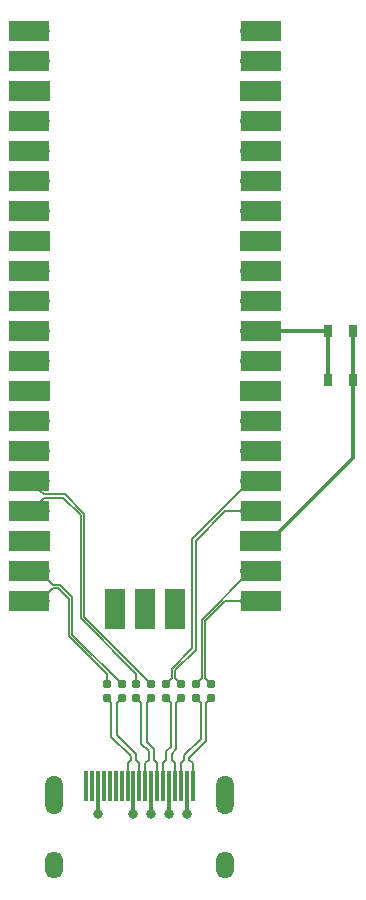
<source format=gbr>
%TF.GenerationSoftware,KiCad,Pcbnew,(6.0.0-0)*%
%TF.CreationDate,2022-10-23T16:11:07-04:00*%
%TF.ProjectId,HDMI_PICO,48444d49-5f50-4494-934f-2e6b69636164,rev?*%
%TF.SameCoordinates,Original*%
%TF.FileFunction,Copper,L1,Top*%
%TF.FilePolarity,Positive*%
%FSLAX46Y46*%
G04 Gerber Fmt 4.6, Leading zero omitted, Abs format (unit mm)*
G04 Created by KiCad (PCBNEW (6.0.0-0)) date 2022-10-23 16:11:07*
%MOMM*%
%LPD*%
G01*
G04 APERTURE LIST*
G04 Aperture macros list*
%AMRoundRect*
0 Rectangle with rounded corners*
0 $1 Rounding radius*
0 $2 $3 $4 $5 $6 $7 $8 $9 X,Y pos of 4 corners*
0 Add a 4 corners polygon primitive as box body*
4,1,4,$2,$3,$4,$5,$6,$7,$8,$9,$2,$3,0*
0 Add four circle primitives for the rounded corners*
1,1,$1+$1,$2,$3*
1,1,$1+$1,$4,$5*
1,1,$1+$1,$6,$7*
1,1,$1+$1,$8,$9*
0 Add four rect primitives between the rounded corners*
20,1,$1+$1,$2,$3,$4,$5,0*
20,1,$1+$1,$4,$5,$6,$7,0*
20,1,$1+$1,$6,$7,$8,$9,0*
20,1,$1+$1,$8,$9,$2,$3,0*%
G04 Aperture macros list end*
%TA.AperFunction,ComponentPad*%
%ADD10O,1.700000X1.700000*%
%TD*%
%TA.AperFunction,ComponentPad*%
%ADD11R,1.700000X1.700000*%
%TD*%
%TA.AperFunction,SMDPad,CuDef*%
%ADD12R,3.500000X1.700000*%
%TD*%
%TA.AperFunction,SMDPad,CuDef*%
%ADD13R,1.700000X3.500000*%
%TD*%
%TA.AperFunction,SMDPad,CuDef*%
%ADD14RoundRect,0.160000X-0.160000X0.197500X-0.160000X-0.197500X0.160000X-0.197500X0.160000X0.197500X0*%
%TD*%
%TA.AperFunction,SMDPad,CuDef*%
%ADD15R,0.300000X2.600000*%
%TD*%
%TA.AperFunction,ComponentPad*%
%ADD16O,1.500000X3.300000*%
%TD*%
%TA.AperFunction,ComponentPad*%
%ADD17O,1.500000X2.300000*%
%TD*%
%TA.AperFunction,SMDPad,CuDef*%
%ADD18R,0.650000X1.050000*%
%TD*%
%TA.AperFunction,ViaPad*%
%ADD19C,0.800000*%
%TD*%
%TA.AperFunction,Conductor*%
%ADD20C,0.200000*%
%TD*%
%TA.AperFunction,Conductor*%
%ADD21C,0.300000*%
%TD*%
G04 APERTURE END LIST*
D10*
%TO.P,U1,1,GPIO0*%
%TO.N,unconnected-(U1-Pad1)*%
X175835000Y-62945000D03*
%TO.P,U1,2,GPIO1*%
%TO.N,unconnected-(U1-Pad2)*%
X175835000Y-65485000D03*
D11*
%TO.P,U1,3,GND*%
%TO.N,unconnected-(U1-Pad3)*%
X175835000Y-68025000D03*
D10*
%TO.P,U1,4,GPIO2*%
%TO.N,unconnected-(U1-Pad4)*%
X175835000Y-70565000D03*
%TO.P,U1,5,GPIO3*%
%TO.N,unconnected-(U1-Pad5)*%
X175835000Y-73105000D03*
%TO.P,U1,6,GPIO4*%
%TO.N,unconnected-(U1-Pad6)*%
X175835000Y-75645000D03*
%TO.P,U1,7,GPIO5*%
%TO.N,unconnected-(U1-Pad7)*%
X175835000Y-78185000D03*
D11*
%TO.P,U1,8,GND*%
%TO.N,unconnected-(U1-Pad8)*%
X175835000Y-80725000D03*
D10*
%TO.P,U1,9,GPIO6*%
%TO.N,unconnected-(U1-Pad9)*%
X175835000Y-83265000D03*
%TO.P,U1,10,GPIO7*%
%TO.N,unconnected-(U1-Pad10)*%
X175835000Y-85805000D03*
%TO.P,U1,11,GPIO8*%
%TO.N,unconnected-(U1-Pad11)*%
X175835000Y-88345000D03*
%TO.P,U1,12,GPIO9*%
%TO.N,unconnected-(U1-Pad12)*%
X175835000Y-90885000D03*
D11*
%TO.P,U1,13,GND*%
%TO.N,unconnected-(U1-Pad13)*%
X175835000Y-93425000D03*
D10*
%TO.P,U1,14,GPIO10*%
%TO.N,unconnected-(U1-Pad14)*%
X175835000Y-95965000D03*
%TO.P,U1,15,GPIO11*%
%TO.N,unconnected-(U1-Pad15)*%
X175835000Y-98505000D03*
%TO.P,U1,16,GPIO12*%
%TO.N,FC_HDMI_D0+*%
X175835000Y-101045000D03*
%TO.P,U1,17,GPIO13*%
%TO.N,FC_HDMI_D0-*%
X175835000Y-103585000D03*
D11*
%TO.P,U1,18,GND*%
%TO.N,GND*%
X175835000Y-106125000D03*
D10*
%TO.P,U1,19,GPIO14*%
%TO.N,FC_HDMI_CK+*%
X175835000Y-108665000D03*
%TO.P,U1,20,GPIO15*%
%TO.N,FC_HDMI_CK-*%
X175835000Y-111205000D03*
%TO.P,U1,21,GPIO16*%
%TO.N,FC_HDMI_D2+*%
X193615000Y-111205000D03*
%TO.P,U1,22,GPIO17*%
%TO.N,FC_HDMI_D2-*%
X193615000Y-108665000D03*
D11*
%TO.P,U1,23,GND*%
%TO.N,GND*%
X193615000Y-106125000D03*
D10*
%TO.P,U1,24,GPIO18*%
%TO.N,FC_HDMI_D1+*%
X193615000Y-103585000D03*
%TO.P,U1,25,GPIO19*%
%TO.N,FC_HDMI_D1-*%
X193615000Y-101045000D03*
%TO.P,U1,26,GPIO20*%
%TO.N,unconnected-(U1-Pad26)*%
X193615000Y-98505000D03*
%TO.P,U1,27,GPIO21*%
%TO.N,unconnected-(U1-Pad27)*%
X193615000Y-95965000D03*
D11*
%TO.P,U1,28,GND*%
%TO.N,unconnected-(U1-Pad28)*%
X193615000Y-93425000D03*
D10*
%TO.P,U1,29,GPIO22*%
%TO.N,unconnected-(U1-Pad29)*%
X193615000Y-90885000D03*
%TO.P,U1,30,RUN*%
%TO.N,Net-(SW1-Pad1)*%
X193615000Y-88345000D03*
%TO.P,U1,31,GPIO26_ADC0*%
%TO.N,unconnected-(U1-Pad31)*%
X193615000Y-85805000D03*
%TO.P,U1,32,GPIO27_ADC1*%
%TO.N,unconnected-(U1-Pad32)*%
X193615000Y-83265000D03*
D11*
%TO.P,U1,33,AGND*%
%TO.N,unconnected-(U1-Pad33)*%
X193615000Y-80725000D03*
D10*
%TO.P,U1,34,GPIO28_ADC2*%
%TO.N,unconnected-(U1-Pad34)*%
X193615000Y-78185000D03*
%TO.P,U1,35,ADC_VREF*%
%TO.N,unconnected-(U1-Pad35)*%
X193615000Y-75645000D03*
%TO.P,U1,36,3V3*%
%TO.N,unconnected-(U1-Pad36)*%
X193615000Y-73105000D03*
%TO.P,U1,37,3V3_EN*%
%TO.N,unconnected-(U1-Pad37)*%
X193615000Y-70565000D03*
D11*
%TO.P,U1,38,GND*%
%TO.N,unconnected-(U1-Pad38)*%
X193615000Y-68025000D03*
D10*
%TO.P,U1,39,VSYS*%
%TO.N,unconnected-(U1-Pad39)*%
X193615000Y-65485000D03*
%TO.P,U1,40,VBUS*%
%TO.N,unconnected-(U1-Pad40)*%
X193615000Y-62945000D03*
D12*
%TO.P,U1,1,GPIO0*%
%TO.N,unconnected-(U1-Pad1)*%
X174935000Y-62945000D03*
%TO.P,U1,2,GPIO1*%
%TO.N,unconnected-(U1-Pad2)*%
X174935000Y-65485000D03*
%TO.P,U1,3,GND*%
%TO.N,unconnected-(U1-Pad3)*%
X174935000Y-68025000D03*
%TO.P,U1,4,GPIO2*%
%TO.N,unconnected-(U1-Pad4)*%
X174935000Y-70565000D03*
%TO.P,U1,5,GPIO3*%
%TO.N,unconnected-(U1-Pad5)*%
X174935000Y-73105000D03*
%TO.P,U1,6,GPIO4*%
%TO.N,unconnected-(U1-Pad6)*%
X174935000Y-75645000D03*
%TO.P,U1,7,GPIO5*%
%TO.N,unconnected-(U1-Pad7)*%
X174935000Y-78185000D03*
%TO.P,U1,8,GND*%
%TO.N,unconnected-(U1-Pad8)*%
X174935000Y-80725000D03*
%TO.P,U1,9,GPIO6*%
%TO.N,unconnected-(U1-Pad9)*%
X174935000Y-83265000D03*
%TO.P,U1,10,GPIO7*%
%TO.N,unconnected-(U1-Pad10)*%
X174935000Y-85805000D03*
%TO.P,U1,11,GPIO8*%
%TO.N,unconnected-(U1-Pad11)*%
X174935000Y-88345000D03*
%TO.P,U1,12,GPIO9*%
%TO.N,unconnected-(U1-Pad12)*%
X174935000Y-90885000D03*
%TO.P,U1,13,GND*%
%TO.N,unconnected-(U1-Pad13)*%
X174935000Y-93425000D03*
%TO.P,U1,14,GPIO10*%
%TO.N,unconnected-(U1-Pad14)*%
X174935000Y-95965000D03*
%TO.P,U1,15,GPIO11*%
%TO.N,unconnected-(U1-Pad15)*%
X174935000Y-98505000D03*
%TO.P,U1,16,GPIO12*%
%TO.N,FC_HDMI_D0+*%
X174935000Y-101045000D03*
%TO.P,U1,17,GPIO13*%
%TO.N,FC_HDMI_D0-*%
X174935000Y-103585000D03*
%TO.P,U1,18,GND*%
%TO.N,GND*%
X174935000Y-106125000D03*
%TO.P,U1,19,GPIO14*%
%TO.N,FC_HDMI_CK+*%
X174935000Y-108665000D03*
%TO.P,U1,20,GPIO15*%
%TO.N,FC_HDMI_CK-*%
X174935000Y-111205000D03*
%TO.P,U1,40,VBUS*%
%TO.N,unconnected-(U1-Pad40)*%
X194515000Y-62945000D03*
%TO.P,U1,39,VSYS*%
%TO.N,unconnected-(U1-Pad39)*%
X194515000Y-65485000D03*
%TO.P,U1,38,GND*%
%TO.N,unconnected-(U1-Pad38)*%
X194515000Y-68025000D03*
%TO.P,U1,37,3V3_EN*%
%TO.N,unconnected-(U1-Pad37)*%
X194515000Y-70565000D03*
%TO.P,U1,36,3V3*%
%TO.N,unconnected-(U1-Pad36)*%
X194515000Y-73105000D03*
%TO.P,U1,35,ADC_VREF*%
%TO.N,unconnected-(U1-Pad35)*%
X194515000Y-75645000D03*
%TO.P,U1,34,GPIO28_ADC2*%
%TO.N,unconnected-(U1-Pad34)*%
X194515000Y-78185000D03*
%TO.P,U1,33,AGND*%
%TO.N,unconnected-(U1-Pad33)*%
X194515000Y-80725000D03*
%TO.P,U1,32,GPIO27_ADC1*%
%TO.N,unconnected-(U1-Pad32)*%
X194515000Y-83265000D03*
%TO.P,U1,31,GPIO26_ADC0*%
%TO.N,unconnected-(U1-Pad31)*%
X194515000Y-85805000D03*
%TO.P,U1,30,RUN*%
%TO.N,Net-(SW1-Pad1)*%
X194515000Y-88345000D03*
%TO.P,U1,29,GPIO22*%
%TO.N,unconnected-(U1-Pad29)*%
X194515000Y-90885000D03*
%TO.P,U1,28,GND*%
%TO.N,unconnected-(U1-Pad28)*%
X194515000Y-93425000D03*
%TO.P,U1,27,GPIO21*%
%TO.N,unconnected-(U1-Pad27)*%
X194515000Y-95965000D03*
%TO.P,U1,26,GPIO20*%
%TO.N,unconnected-(U1-Pad26)*%
X194515000Y-98505000D03*
%TO.P,U1,25,GPIO19*%
%TO.N,FC_HDMI_D1-*%
X194515000Y-101045000D03*
%TO.P,U1,24,GPIO18*%
%TO.N,FC_HDMI_D1+*%
X194515000Y-103585000D03*
%TO.P,U1,23,GND*%
%TO.N,GND*%
X194515000Y-106125000D03*
%TO.P,U1,22,GPIO17*%
%TO.N,FC_HDMI_D2-*%
X194515000Y-108665000D03*
%TO.P,U1,21,GPIO16*%
%TO.N,FC_HDMI_D2+*%
X194515000Y-111205000D03*
D13*
%TO.P,U1,41,SWCLK*%
%TO.N,unconnected-(U1-Pad41)*%
X182185000Y-111875000D03*
D10*
X182185000Y-110975000D03*
D13*
%TO.P,U1,42,GND*%
%TO.N,GND*%
X184725000Y-111875000D03*
D11*
X184725000Y-110975000D03*
D13*
%TO.P,U1,43,SWDIO*%
%TO.N,unconnected-(U1-Pad43)*%
X187265000Y-111875000D03*
D10*
X187265000Y-110975000D03*
%TD*%
D14*
%TO.P,R7,1*%
%TO.N,FC_HDMI_CK+*%
X182735714Y-118202500D03*
%TO.P,R7,2*%
%TO.N,/ck+*%
X182735714Y-119397500D03*
%TD*%
%TO.P,R2,1*%
%TO.N,FC_HDMI_D2-*%
X189039284Y-118202500D03*
%TO.P,R2,2*%
%TO.N,/d2-*%
X189039284Y-119397500D03*
%TD*%
%TO.P,R1,1*%
%TO.N,FC_HDMI_D2+*%
X190300000Y-118202500D03*
%TO.P,R1,2*%
%TO.N,/d2+*%
X190300000Y-119397500D03*
%TD*%
%TO.P,R4,1*%
%TO.N,FC_HDMI_D1-*%
X186517856Y-118202500D03*
%TO.P,R4,2*%
%TO.N,/d1-*%
X186517856Y-119397500D03*
%TD*%
%TO.P,R8,1*%
%TO.N,FC_HDMI_CK-*%
X181475000Y-118202500D03*
%TO.P,R8,2*%
%TO.N,/ck-*%
X181475000Y-119397500D03*
%TD*%
%TO.P,R6,1*%
%TO.N,FC_HDMI_D0-*%
X183996428Y-118202500D03*
%TO.P,R6,2*%
%TO.N,/d0-*%
X183996428Y-119397500D03*
%TD*%
D15*
%TO.P,J1,1,D2+*%
%TO.N,/d2+*%
X188750000Y-126838250D03*
%TO.P,J1,2,D2S*%
%TO.N,GND*%
X188250000Y-126838250D03*
%TO.P,J1,3,D2-*%
%TO.N,/d2-*%
X187750000Y-126838250D03*
%TO.P,J1,4,D1+*%
%TO.N,/d1+*%
X187250000Y-126838250D03*
%TO.P,J1,5,D1S*%
%TO.N,GND*%
X186750000Y-126838250D03*
%TO.P,J1,6,D1-*%
%TO.N,/d1-*%
X186250000Y-126838250D03*
%TO.P,J1,7,D0+*%
%TO.N,/d0+*%
X185750000Y-126838250D03*
%TO.P,J1,8,D0S*%
%TO.N,GND*%
X185250000Y-126838250D03*
%TO.P,J1,9,D0-*%
%TO.N,/d0-*%
X184750000Y-126838250D03*
%TO.P,J1,10,CK+*%
%TO.N,/ck+*%
X184250000Y-126838250D03*
%TO.P,J1,11,CKS*%
%TO.N,GND*%
X183750000Y-126838250D03*
%TO.P,J1,12,CK-*%
%TO.N,/ck-*%
X183250000Y-126838250D03*
%TO.P,J1,13,CEC*%
%TO.N,unconnected-(J1-Pad13)*%
X182750000Y-126838250D03*
%TO.P,J1,14,UTILITY/HEAC+*%
%TO.N,unconnected-(J1-Pad14)*%
X182250000Y-126838250D03*
%TO.P,J1,15,SCL*%
%TO.N,unconnected-(J1-Pad15)*%
X181750000Y-126838250D03*
%TO.P,J1,16,SDA*%
%TO.N,unconnected-(J1-Pad16)*%
X181250000Y-126838250D03*
%TO.P,J1,17,GND*%
%TO.N,GND*%
X180750000Y-126838250D03*
%TO.P,J1,18,+5V*%
%TO.N,unconnected-(J1-Pad18)*%
X180250000Y-126838250D03*
%TO.P,J1,19,HPD/HEAC-*%
%TO.N,unconnected-(J1-Pad19)*%
X179750000Y-126838250D03*
D16*
%TO.P,J1,SH1,SH*%
%TO.N,GND*%
X191500000Y-127568250D03*
%TO.P,J1,SH2,SH*%
X177000000Y-127568250D03*
D17*
%TO.P,J1,SH3,SH*%
X177000000Y-133528250D03*
%TO.P,J1,SH4,SH*%
X191500000Y-133528250D03*
%TD*%
D14*
%TO.P,R5,1*%
%TO.N,FC_HDMI_D0+*%
X185257142Y-118202500D03*
%TO.P,R5,2*%
%TO.N,/d0+*%
X185257142Y-119397500D03*
%TD*%
%TO.P,R3,2*%
%TO.N,/d1+*%
X187778570Y-119397500D03*
%TO.P,R3,1*%
%TO.N,FC_HDMI_D1+*%
X187778570Y-118202500D03*
%TD*%
D18*
%TO.P,SW1,1,1*%
%TO.N,Net-(SW1-Pad1)*%
X200200000Y-92500000D03*
X200200000Y-88350000D03*
%TO.P,SW1,2,2*%
%TO.N,GND*%
X202350000Y-92500000D03*
X202350000Y-88350000D03*
%TD*%
D19*
%TO.N,GND*%
X180750000Y-129225000D03*
X183750000Y-129225000D03*
X185250000Y-129225000D03*
X186750000Y-129225000D03*
X188250000Y-129225000D03*
%TD*%
D20*
%TO.N,FC_HDMI_CK+*%
X176954200Y-109784200D02*
X177497464Y-109784200D01*
X178575800Y-110862536D02*
X178575800Y-114042586D01*
X175835000Y-108665000D02*
X176954200Y-109784200D01*
%TO.N,FC_HDMI_CK-*%
X177372536Y-110085800D02*
X178274200Y-110987464D01*
%TO.N,FC_HDMI_CK+*%
X177497464Y-109784200D02*
X178575800Y-110862536D01*
%TO.N,FC_HDMI_CK-*%
X175835000Y-111205000D02*
X176954200Y-110085800D01*
%TO.N,FC_HDMI_CK+*%
X178575800Y-114042586D02*
X182735714Y-118202500D01*
%TO.N,FC_HDMI_CK-*%
X181475000Y-117368313D02*
X181475000Y-118202500D01*
X176954200Y-110085800D02*
X177372536Y-110085800D01*
X178274200Y-110987464D02*
X178274200Y-114167513D01*
X178274200Y-114167513D02*
X181475000Y-117368313D01*
%TO.N,/ck+*%
X184250000Y-124888249D02*
X183975000Y-124613249D01*
X184250000Y-126838250D02*
X184250000Y-124888249D01*
%TO.N,/ck-*%
X183525000Y-124331451D02*
X181880356Y-122686807D01*
%TO.N,/ck+*%
X183975000Y-124145051D02*
X182330358Y-122500409D01*
X183975000Y-124613249D02*
X183975000Y-124145051D01*
X182330358Y-122500409D02*
X182330358Y-119802856D01*
%TO.N,/ck-*%
X183250000Y-126838250D02*
X183250000Y-124888249D01*
X183250000Y-124888249D02*
X183525000Y-124613249D01*
X181880356Y-119802856D02*
X181475000Y-119397500D01*
X183525000Y-124613249D02*
X183525000Y-124331451D01*
X181880356Y-122686807D02*
X181880356Y-119802856D01*
%TO.N,/ck+*%
X182330358Y-119802856D02*
X182735714Y-119397500D01*
%TO.N,/d0+*%
X184851786Y-123083586D02*
X185475000Y-123706800D01*
X185475000Y-123706800D02*
X185475000Y-124613249D01*
X185475000Y-124613249D02*
X185750000Y-124888249D01*
%TO.N,/d0-*%
X184401784Y-123269984D02*
X185025000Y-123893200D01*
%TO.N,/d0+*%
X185750000Y-124888249D02*
X185750000Y-126838250D01*
%TO.N,/d0-*%
X185025000Y-123893200D02*
X185025000Y-124613249D01*
X185025000Y-124613249D02*
X184750000Y-124888249D01*
X184750000Y-124888249D02*
X184750000Y-126838250D01*
%TO.N,/d0+*%
X185257142Y-119397500D02*
X184851786Y-119802856D01*
X184851786Y-119802856D02*
X184851786Y-123083586D01*
%TO.N,/d0-*%
X183996428Y-119397500D02*
X184401784Y-119802856D01*
X184401784Y-119802856D02*
X184401784Y-123269984D01*
%TO.N,/d1+*%
X186975000Y-124613249D02*
X187250000Y-124888249D01*
X187250000Y-124888249D02*
X187250000Y-126838250D01*
%TO.N,/d1-*%
X186525000Y-123906800D02*
X186525000Y-124613249D01*
%TO.N,/d1+*%
X186975000Y-124093200D02*
X186975000Y-124613249D01*
%TO.N,/d1-*%
X186525000Y-124613249D02*
X186250000Y-124888249D01*
X186250000Y-124888249D02*
X186250000Y-126838250D01*
%TO.N,/d1+*%
X187373214Y-123694986D02*
X186975000Y-124093200D01*
%TO.N,/d1-*%
X186923212Y-123508588D02*
X186525000Y-123906800D01*
%TO.N,/d1+*%
X187778570Y-119397500D02*
X187373214Y-119802856D01*
%TO.N,/d1-*%
X186517856Y-119397500D02*
X186923212Y-119802856D01*
%TO.N,/d1+*%
X187373214Y-119802856D02*
X187373214Y-123694986D01*
%TO.N,/d1-*%
X186923212Y-119802856D02*
X186923212Y-123508588D01*
%TO.N,/d2+*%
X188475000Y-124443200D02*
X188475000Y-124613249D01*
X190300000Y-119397500D02*
X189894643Y-119802857D01*
X189894643Y-119802857D02*
X189894643Y-123023557D01*
X189894643Y-123023557D02*
X188475000Y-124443200D01*
X188750000Y-124888249D02*
X188750000Y-126838250D01*
%TO.N,/d2-*%
X189039284Y-119397500D02*
X189444641Y-119802857D01*
X188025000Y-124613249D02*
X187750000Y-124888249D01*
%TO.N,/d2+*%
X188475000Y-124613249D02*
X188750000Y-124888249D01*
%TO.N,/d2-*%
X189444641Y-119802857D02*
X189444641Y-122837159D01*
X189444641Y-122837159D02*
X188025000Y-124256800D01*
X188025000Y-124256800D02*
X188025000Y-124613249D01*
X187750000Y-124888249D02*
X187750000Y-126838250D01*
%TO.N,FC_HDMI_D1+*%
X189025800Y-115312464D02*
X189025800Y-106060727D01*
%TO.N,FC_HDMI_D1-*%
X186517856Y-118202500D02*
X186997413Y-117722943D01*
%TO.N,FC_HDMI_D1+*%
X187778570Y-118202500D02*
X187299013Y-117722943D01*
%TO.N,FC_HDMI_D1-*%
X186997413Y-117722943D02*
X186997413Y-116914323D01*
%TO.N,FC_HDMI_D1+*%
X187299013Y-117722943D02*
X187299013Y-117039251D01*
X187299013Y-117039251D02*
X189025800Y-115312464D01*
X189025800Y-106060727D02*
X191501527Y-103585000D01*
%TO.N,FC_HDMI_D1-*%
X186997413Y-116914323D02*
X188724200Y-115187536D01*
%TO.N,FC_HDMI_D1+*%
X191501527Y-103585000D02*
X193615000Y-103585000D01*
%TO.N,FC_HDMI_D1-*%
X188724200Y-115187536D02*
X188724200Y-105935800D01*
X188724200Y-105935800D02*
X193615000Y-101045000D01*
%TO.N,FC_HDMI_D2+*%
X190300000Y-118202500D02*
X189820442Y-117722942D01*
X189820442Y-117722942D02*
X189820442Y-112886085D01*
X189820442Y-112886085D02*
X191501527Y-111205000D01*
X191501527Y-111205000D02*
X193615000Y-111205000D01*
%TO.N,FC_HDMI_D2-*%
X189039284Y-118202500D02*
X189518842Y-117722942D01*
X189518842Y-117722942D02*
X189518842Y-112761158D01*
X189518842Y-112761158D02*
X193615000Y-108665000D01*
%TO.N,FC_HDMI_D0+*%
X179575800Y-103812536D02*
X177912464Y-102149200D01*
X177912464Y-102149200D02*
X176149200Y-102149200D01*
X185257142Y-118202500D02*
X179575800Y-112521158D01*
X176149200Y-102149200D02*
X175835000Y-101835000D01*
X179575800Y-112521158D02*
X179575800Y-103812536D01*
X175835000Y-101835000D02*
X175835000Y-101045000D01*
%TO.N,FC_HDMI_D0-*%
X183996428Y-117368313D02*
X179274200Y-112646085D01*
X179274200Y-112646085D02*
X179274200Y-103937464D01*
X179274200Y-103937464D02*
X177787536Y-102450800D01*
X177787536Y-102450800D02*
X176174200Y-102450800D01*
X183996428Y-118202500D02*
X183996428Y-117368313D01*
X176174200Y-102450800D02*
X175835000Y-102790000D01*
X175835000Y-102790000D02*
X175835000Y-103585000D01*
%TO.N,FC_HDMI_CK-*%
X175950000Y-111090000D02*
X175835000Y-111205000D01*
%TO.N,FC_HDMI_CK+*%
X175950000Y-108780000D02*
X175835000Y-108665000D01*
D21*
%TO.N,GND*%
X180750000Y-126838250D02*
X180750000Y-129225000D01*
X183750000Y-126838250D02*
X183750000Y-129225000D01*
X185250000Y-126838250D02*
X185250000Y-129225000D01*
X186750000Y-126838250D02*
X186750000Y-129225000D01*
X188250000Y-126838250D02*
X188250000Y-129225000D01*
X202350000Y-92500000D02*
X202350000Y-88350000D01*
X193615000Y-106125000D02*
X195274022Y-106125000D01*
X195274022Y-106125000D02*
X202350000Y-99049022D01*
X202350000Y-99049022D02*
X202350000Y-92500000D01*
%TO.N,Net-(SW1-Pad1)*%
X200200000Y-88350000D02*
X200200000Y-92500000D01*
X193615000Y-88345000D02*
X200195000Y-88345000D01*
X200195000Y-88345000D02*
X200200000Y-88350000D01*
%TD*%
M02*

</source>
